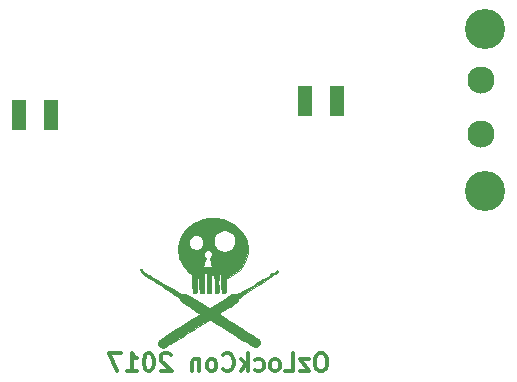
<source format=gbs>
G04 #@! TF.FileFunction,Soldermask,Bot*
%FSLAX46Y46*%
G04 Gerber Fmt 4.6, Leading zero omitted, Abs format (unit mm)*
G04 Created by KiCad (PCBNEW 4.0.4+e1-6308~48~ubuntu16.04.1-stable) date Tue May  2 22:28:17 2017*
%MOMM*%
%LPD*%
G01*
G04 APERTURE LIST*
%ADD10C,0.100000*%
%ADD11C,0.300000*%
%ADD12C,0.010000*%
%ADD13R,1.200000X2.600000*%
%ADD14C,2.300000*%
%ADD15C,3.400000*%
G04 APERTURE END LIST*
D10*
D11*
X148921428Y-111678571D02*
X148635714Y-111678571D01*
X148492856Y-111750000D01*
X148349999Y-111892857D01*
X148278571Y-112178571D01*
X148278571Y-112678571D01*
X148349999Y-112964286D01*
X148492856Y-113107143D01*
X148635714Y-113178571D01*
X148921428Y-113178571D01*
X149064285Y-113107143D01*
X149207142Y-112964286D01*
X149278571Y-112678571D01*
X149278571Y-112178571D01*
X149207142Y-111892857D01*
X149064285Y-111750000D01*
X148921428Y-111678571D01*
X147778570Y-112178571D02*
X146992856Y-112178571D01*
X147778570Y-113178571D01*
X146992856Y-113178571D01*
X145707141Y-113178571D02*
X146421427Y-113178571D01*
X146421427Y-111678571D01*
X144992855Y-113178571D02*
X145135713Y-113107143D01*
X145207141Y-113035714D01*
X145278570Y-112892857D01*
X145278570Y-112464286D01*
X145207141Y-112321429D01*
X145135713Y-112250000D01*
X144992855Y-112178571D01*
X144778570Y-112178571D01*
X144635713Y-112250000D01*
X144564284Y-112321429D01*
X144492855Y-112464286D01*
X144492855Y-112892857D01*
X144564284Y-113035714D01*
X144635713Y-113107143D01*
X144778570Y-113178571D01*
X144992855Y-113178571D01*
X143207141Y-113107143D02*
X143349998Y-113178571D01*
X143635712Y-113178571D01*
X143778570Y-113107143D01*
X143849998Y-113035714D01*
X143921427Y-112892857D01*
X143921427Y-112464286D01*
X143849998Y-112321429D01*
X143778570Y-112250000D01*
X143635712Y-112178571D01*
X143349998Y-112178571D01*
X143207141Y-112250000D01*
X142564284Y-113178571D02*
X142564284Y-111678571D01*
X142421427Y-112607143D02*
X141992856Y-113178571D01*
X141992856Y-112178571D02*
X142564284Y-112750000D01*
X140492855Y-113035714D02*
X140564284Y-113107143D01*
X140778570Y-113178571D01*
X140921427Y-113178571D01*
X141135712Y-113107143D01*
X141278570Y-112964286D01*
X141349998Y-112821429D01*
X141421427Y-112535714D01*
X141421427Y-112321429D01*
X141349998Y-112035714D01*
X141278570Y-111892857D01*
X141135712Y-111750000D01*
X140921427Y-111678571D01*
X140778570Y-111678571D01*
X140564284Y-111750000D01*
X140492855Y-111821429D01*
X139635712Y-113178571D02*
X139778570Y-113107143D01*
X139849998Y-113035714D01*
X139921427Y-112892857D01*
X139921427Y-112464286D01*
X139849998Y-112321429D01*
X139778570Y-112250000D01*
X139635712Y-112178571D01*
X139421427Y-112178571D01*
X139278570Y-112250000D01*
X139207141Y-112321429D01*
X139135712Y-112464286D01*
X139135712Y-112892857D01*
X139207141Y-113035714D01*
X139278570Y-113107143D01*
X139421427Y-113178571D01*
X139635712Y-113178571D01*
X138492855Y-112178571D02*
X138492855Y-113178571D01*
X138492855Y-112321429D02*
X138421427Y-112250000D01*
X138278569Y-112178571D01*
X138064284Y-112178571D01*
X137921427Y-112250000D01*
X137849998Y-112392857D01*
X137849998Y-113178571D01*
X136064284Y-111821429D02*
X135992855Y-111750000D01*
X135849998Y-111678571D01*
X135492855Y-111678571D01*
X135349998Y-111750000D01*
X135278569Y-111821429D01*
X135207141Y-111964286D01*
X135207141Y-112107143D01*
X135278569Y-112321429D01*
X136135712Y-113178571D01*
X135207141Y-113178571D01*
X134278570Y-111678571D02*
X134135713Y-111678571D01*
X133992856Y-111750000D01*
X133921427Y-111821429D01*
X133849998Y-111964286D01*
X133778570Y-112250000D01*
X133778570Y-112607143D01*
X133849998Y-112892857D01*
X133921427Y-113035714D01*
X133992856Y-113107143D01*
X134135713Y-113178571D01*
X134278570Y-113178571D01*
X134421427Y-113107143D01*
X134492856Y-113035714D01*
X134564284Y-112892857D01*
X134635713Y-112607143D01*
X134635713Y-112250000D01*
X134564284Y-111964286D01*
X134492856Y-111821429D01*
X134421427Y-111750000D01*
X134278570Y-111678571D01*
X132349999Y-113178571D02*
X133207142Y-113178571D01*
X132778570Y-113178571D02*
X132778570Y-111678571D01*
X132921427Y-111892857D01*
X133064285Y-112035714D01*
X133207142Y-112107143D01*
X131849999Y-111678571D02*
X130849999Y-111678571D01*
X131492856Y-113178571D01*
D12*
G36*
X133515791Y-104513411D02*
X133499631Y-104570395D01*
X133499111Y-104587846D01*
X133503722Y-104652912D01*
X133521189Y-104712156D01*
X133556960Y-104771020D01*
X133616484Y-104834947D01*
X133705211Y-104909382D01*
X133828589Y-104999767D01*
X133992068Y-105111545D01*
X134086105Y-105174212D01*
X134229795Y-105269623D01*
X134410863Y-105390074D01*
X134619776Y-105529211D01*
X134847002Y-105680682D01*
X135083010Y-105838133D01*
X135318268Y-105995210D01*
X135492041Y-106111328D01*
X135703236Y-106252277D01*
X135907789Y-106388358D01*
X136099045Y-106515175D01*
X136270346Y-106628331D01*
X136415036Y-106723431D01*
X136526460Y-106796077D01*
X136597960Y-106841873D01*
X136600107Y-106843216D01*
X136708387Y-106915161D01*
X136776256Y-106972815D01*
X136814214Y-107026255D01*
X136827178Y-107061128D01*
X136845398Y-107116334D01*
X136871077Y-107167867D01*
X136909069Y-107219607D01*
X136964228Y-107275434D01*
X137041405Y-107339228D01*
X137145455Y-107414869D01*
X137281231Y-107506236D01*
X137453584Y-107617209D01*
X137667370Y-107751669D01*
X137774419Y-107818404D01*
X137965500Y-107937849D01*
X138140295Y-108048119D01*
X138293261Y-108145639D01*
X138418854Y-108226834D01*
X138511532Y-108288128D01*
X138565753Y-108325946D01*
X138577867Y-108336663D01*
X138554289Y-108354020D01*
X138486481Y-108398707D01*
X138378208Y-108468347D01*
X138233237Y-108560566D01*
X138055335Y-108672989D01*
X137848267Y-108803243D01*
X137615800Y-108948951D01*
X137361700Y-109107741D01*
X137089733Y-109277236D01*
X136826851Y-109440667D01*
X136537851Y-109620675D01*
X136262930Y-109792976D01*
X136005929Y-109955100D01*
X135770689Y-110104574D01*
X135561052Y-110238926D01*
X135380857Y-110355682D01*
X135233947Y-110452372D01*
X135124162Y-110526523D01*
X135055345Y-110575663D01*
X135031932Y-110595913D01*
X134983961Y-110713120D01*
X134975937Y-110843227D01*
X135008490Y-110963138D01*
X135021306Y-110986092D01*
X135123469Y-111100809D01*
X135251282Y-111168495D01*
X135395204Y-111186248D01*
X135545694Y-111151169D01*
X135553496Y-111147857D01*
X135573330Y-111138566D01*
X135600214Y-111124529D01*
X135636893Y-111104053D01*
X135686115Y-111075444D01*
X135750623Y-111037008D01*
X135833165Y-110987051D01*
X135936485Y-110923879D01*
X136063330Y-110845799D01*
X136216445Y-110751117D01*
X136398575Y-110638138D01*
X136612467Y-110505170D01*
X136860866Y-110350518D01*
X137146517Y-110172488D01*
X137472167Y-109969387D01*
X137840561Y-109739520D01*
X138195189Y-109518182D01*
X138428251Y-109373538D01*
X138645995Y-109240009D01*
X138843717Y-109120372D01*
X139016709Y-109017406D01*
X139160264Y-108933885D01*
X139269674Y-108872587D01*
X139340234Y-108836290D01*
X139366412Y-108827222D01*
X139397058Y-108843734D01*
X139471777Y-108887868D01*
X139586793Y-108957300D01*
X139738331Y-109049710D01*
X139922616Y-109162774D01*
X140135872Y-109294170D01*
X140374325Y-109441577D01*
X140634200Y-109602672D01*
X140911720Y-109775133D01*
X141203112Y-109956637D01*
X141249617Y-109985642D01*
X141626596Y-110220358D01*
X141958004Y-110425708D01*
X142245761Y-110602838D01*
X142491783Y-110752891D01*
X142697988Y-110877015D01*
X142866294Y-110976353D01*
X142998619Y-111052051D01*
X143096879Y-111105255D01*
X143162993Y-111137108D01*
X143196950Y-111148524D01*
X143328608Y-111142934D01*
X143444273Y-111092052D01*
X143537308Y-111006251D01*
X143601075Y-110895904D01*
X143628936Y-110771381D01*
X143614254Y-110643056D01*
X143575446Y-110557066D01*
X143551426Y-110530744D01*
X143502090Y-110490144D01*
X143424957Y-110433642D01*
X143317546Y-110359613D01*
X143177372Y-110266431D01*
X143001955Y-110152473D01*
X142788812Y-110016112D01*
X142535461Y-109855724D01*
X142239420Y-109669685D01*
X141898205Y-109456369D01*
X141809491Y-109401042D01*
X141528196Y-109225502D01*
X141261568Y-109058757D01*
X141013378Y-108903189D01*
X140787398Y-108761179D01*
X140587401Y-108635108D01*
X140417156Y-108527356D01*
X140280437Y-108440306D01*
X140181014Y-108376337D01*
X140122659Y-108337832D01*
X140108100Y-108326927D01*
X140133440Y-108310652D01*
X140200838Y-108268294D01*
X140304394Y-108203534D01*
X140438207Y-108120055D01*
X140596378Y-108021541D01*
X140773008Y-107911674D01*
X140851000Y-107863202D01*
X141038141Y-107745581D01*
X141212815Y-107633249D01*
X141368320Y-107530714D01*
X141497954Y-107442485D01*
X141595013Y-107373071D01*
X141652795Y-107326979D01*
X141662188Y-107317556D01*
X141717532Y-107234809D01*
X141754267Y-107146411D01*
X141757585Y-107131965D01*
X141774239Y-107080193D01*
X141809349Y-107029198D01*
X141871787Y-106969418D01*
X141970422Y-106891291D01*
X142004729Y-106865574D01*
X142112722Y-106787862D01*
X142263268Y-106683500D01*
X142451169Y-106555935D01*
X142671227Y-106408613D01*
X142918244Y-106244980D01*
X143187022Y-106068484D01*
X143472363Y-105882571D01*
X143769069Y-105690687D01*
X144011889Y-105534708D01*
X144205733Y-105409238D01*
X144355921Y-105308722D01*
X144467428Y-105229467D01*
X144545234Y-105167779D01*
X144594314Y-105119965D01*
X144618666Y-105084454D01*
X144647305Y-105033262D01*
X144682056Y-105006811D01*
X144740956Y-104996993D01*
X144816222Y-104995667D01*
X144905809Y-104993854D01*
X144957846Y-104981251D01*
X144991227Y-104947115D01*
X145024844Y-104880703D01*
X145027158Y-104875723D01*
X145076441Y-104793389D01*
X145124263Y-104756870D01*
X145132992Y-104755778D01*
X145175204Y-104739540D01*
X145178807Y-104704356D01*
X145145761Y-104670520D01*
X145123944Y-104662222D01*
X145041269Y-104658794D01*
X144977772Y-104702405D01*
X144941453Y-104759198D01*
X144912947Y-104805195D01*
X144877011Y-104829516D01*
X144816326Y-104838983D01*
X144735117Y-104840445D01*
X144642395Y-104842019D01*
X144588491Y-104852805D01*
X144555780Y-104881900D01*
X144526635Y-104938401D01*
X144520952Y-104950974D01*
X144500718Y-104989051D01*
X144472060Y-105025923D01*
X144428647Y-105066181D01*
X144364148Y-105114419D01*
X144272231Y-105175229D01*
X144146566Y-105253206D01*
X143980822Y-105352941D01*
X143902833Y-105399392D01*
X143612289Y-105570588D01*
X143303831Y-105749543D01*
X142988671Y-105929918D01*
X142678026Y-106105374D01*
X142383111Y-106269571D01*
X142115140Y-106416171D01*
X141909333Y-106526213D01*
X141774428Y-106596474D01*
X141676957Y-106643740D01*
X141604762Y-106671976D01*
X141545684Y-106685142D01*
X141487566Y-106687203D01*
X141428194Y-106683033D01*
X141271611Y-106668844D01*
X140398083Y-107212815D01*
X140194200Y-107339710D01*
X140002205Y-107459074D01*
X139828164Y-107567145D01*
X139678145Y-107660161D01*
X139558214Y-107734361D01*
X139474438Y-107785983D01*
X139434163Y-107810508D01*
X139343770Y-107864229D01*
X138361718Y-107248601D01*
X137379666Y-106632974D01*
X137167147Y-106632765D01*
X136954627Y-106632556D01*
X136430756Y-106345808D01*
X136264039Y-106253488D01*
X136061378Y-106139556D01*
X135835375Y-106011200D01*
X135598632Y-105875606D01*
X135363748Y-105739962D01*
X135147498Y-105613901D01*
X134942021Y-105493544D01*
X134736404Y-105373279D01*
X134540045Y-105258589D01*
X134362340Y-105154958D01*
X134212687Y-105067871D01*
X134100484Y-105002810D01*
X134083809Y-104993181D01*
X133939099Y-104909204D01*
X133834978Y-104846243D01*
X133763032Y-104797303D01*
X133714846Y-104755389D01*
X133682004Y-104713509D01*
X133656091Y-104664666D01*
X133637369Y-104622122D01*
X133592099Y-104541119D01*
X133549093Y-104504267D01*
X133515791Y-104513411D01*
X133515791Y-104513411D01*
G37*
X133515791Y-104513411D02*
X133499631Y-104570395D01*
X133499111Y-104587846D01*
X133503722Y-104652912D01*
X133521189Y-104712156D01*
X133556960Y-104771020D01*
X133616484Y-104834947D01*
X133705211Y-104909382D01*
X133828589Y-104999767D01*
X133992068Y-105111545D01*
X134086105Y-105174212D01*
X134229795Y-105269623D01*
X134410863Y-105390074D01*
X134619776Y-105529211D01*
X134847002Y-105680682D01*
X135083010Y-105838133D01*
X135318268Y-105995210D01*
X135492041Y-106111328D01*
X135703236Y-106252277D01*
X135907789Y-106388358D01*
X136099045Y-106515175D01*
X136270346Y-106628331D01*
X136415036Y-106723431D01*
X136526460Y-106796077D01*
X136597960Y-106841873D01*
X136600107Y-106843216D01*
X136708387Y-106915161D01*
X136776256Y-106972815D01*
X136814214Y-107026255D01*
X136827178Y-107061128D01*
X136845398Y-107116334D01*
X136871077Y-107167867D01*
X136909069Y-107219607D01*
X136964228Y-107275434D01*
X137041405Y-107339228D01*
X137145455Y-107414869D01*
X137281231Y-107506236D01*
X137453584Y-107617209D01*
X137667370Y-107751669D01*
X137774419Y-107818404D01*
X137965500Y-107937849D01*
X138140295Y-108048119D01*
X138293261Y-108145639D01*
X138418854Y-108226834D01*
X138511532Y-108288128D01*
X138565753Y-108325946D01*
X138577867Y-108336663D01*
X138554289Y-108354020D01*
X138486481Y-108398707D01*
X138378208Y-108468347D01*
X138233237Y-108560566D01*
X138055335Y-108672989D01*
X137848267Y-108803243D01*
X137615800Y-108948951D01*
X137361700Y-109107741D01*
X137089733Y-109277236D01*
X136826851Y-109440667D01*
X136537851Y-109620675D01*
X136262930Y-109792976D01*
X136005929Y-109955100D01*
X135770689Y-110104574D01*
X135561052Y-110238926D01*
X135380857Y-110355682D01*
X135233947Y-110452372D01*
X135124162Y-110526523D01*
X135055345Y-110575663D01*
X135031932Y-110595913D01*
X134983961Y-110713120D01*
X134975937Y-110843227D01*
X135008490Y-110963138D01*
X135021306Y-110986092D01*
X135123469Y-111100809D01*
X135251282Y-111168495D01*
X135395204Y-111186248D01*
X135545694Y-111151169D01*
X135553496Y-111147857D01*
X135573330Y-111138566D01*
X135600214Y-111124529D01*
X135636893Y-111104053D01*
X135686115Y-111075444D01*
X135750623Y-111037008D01*
X135833165Y-110987051D01*
X135936485Y-110923879D01*
X136063330Y-110845799D01*
X136216445Y-110751117D01*
X136398575Y-110638138D01*
X136612467Y-110505170D01*
X136860866Y-110350518D01*
X137146517Y-110172488D01*
X137472167Y-109969387D01*
X137840561Y-109739520D01*
X138195189Y-109518182D01*
X138428251Y-109373538D01*
X138645995Y-109240009D01*
X138843717Y-109120372D01*
X139016709Y-109017406D01*
X139160264Y-108933885D01*
X139269674Y-108872587D01*
X139340234Y-108836290D01*
X139366412Y-108827222D01*
X139397058Y-108843734D01*
X139471777Y-108887868D01*
X139586793Y-108957300D01*
X139738331Y-109049710D01*
X139922616Y-109162774D01*
X140135872Y-109294170D01*
X140374325Y-109441577D01*
X140634200Y-109602672D01*
X140911720Y-109775133D01*
X141203112Y-109956637D01*
X141249617Y-109985642D01*
X141626596Y-110220358D01*
X141958004Y-110425708D01*
X142245761Y-110602838D01*
X142491783Y-110752891D01*
X142697988Y-110877015D01*
X142866294Y-110976353D01*
X142998619Y-111052051D01*
X143096879Y-111105255D01*
X143162993Y-111137108D01*
X143196950Y-111148524D01*
X143328608Y-111142934D01*
X143444273Y-111092052D01*
X143537308Y-111006251D01*
X143601075Y-110895904D01*
X143628936Y-110771381D01*
X143614254Y-110643056D01*
X143575446Y-110557066D01*
X143551426Y-110530744D01*
X143502090Y-110490144D01*
X143424957Y-110433642D01*
X143317546Y-110359613D01*
X143177372Y-110266431D01*
X143001955Y-110152473D01*
X142788812Y-110016112D01*
X142535461Y-109855724D01*
X142239420Y-109669685D01*
X141898205Y-109456369D01*
X141809491Y-109401042D01*
X141528196Y-109225502D01*
X141261568Y-109058757D01*
X141013378Y-108903189D01*
X140787398Y-108761179D01*
X140587401Y-108635108D01*
X140417156Y-108527356D01*
X140280437Y-108440306D01*
X140181014Y-108376337D01*
X140122659Y-108337832D01*
X140108100Y-108326927D01*
X140133440Y-108310652D01*
X140200838Y-108268294D01*
X140304394Y-108203534D01*
X140438207Y-108120055D01*
X140596378Y-108021541D01*
X140773008Y-107911674D01*
X140851000Y-107863202D01*
X141038141Y-107745581D01*
X141212815Y-107633249D01*
X141368320Y-107530714D01*
X141497954Y-107442485D01*
X141595013Y-107373071D01*
X141652795Y-107326979D01*
X141662188Y-107317556D01*
X141717532Y-107234809D01*
X141754267Y-107146411D01*
X141757585Y-107131965D01*
X141774239Y-107080193D01*
X141809349Y-107029198D01*
X141871787Y-106969418D01*
X141970422Y-106891291D01*
X142004729Y-106865574D01*
X142112722Y-106787862D01*
X142263268Y-106683500D01*
X142451169Y-106555935D01*
X142671227Y-106408613D01*
X142918244Y-106244980D01*
X143187022Y-106068484D01*
X143472363Y-105882571D01*
X143769069Y-105690687D01*
X144011889Y-105534708D01*
X144205733Y-105409238D01*
X144355921Y-105308722D01*
X144467428Y-105229467D01*
X144545234Y-105167779D01*
X144594314Y-105119965D01*
X144618666Y-105084454D01*
X144647305Y-105033262D01*
X144682056Y-105006811D01*
X144740956Y-104996993D01*
X144816222Y-104995667D01*
X144905809Y-104993854D01*
X144957846Y-104981251D01*
X144991227Y-104947115D01*
X145024844Y-104880703D01*
X145027158Y-104875723D01*
X145076441Y-104793389D01*
X145124263Y-104756870D01*
X145132992Y-104755778D01*
X145175204Y-104739540D01*
X145178807Y-104704356D01*
X145145761Y-104670520D01*
X145123944Y-104662222D01*
X145041269Y-104658794D01*
X144977772Y-104702405D01*
X144941453Y-104759198D01*
X144912947Y-104805195D01*
X144877011Y-104829516D01*
X144816326Y-104838983D01*
X144735117Y-104840445D01*
X144642395Y-104842019D01*
X144588491Y-104852805D01*
X144555780Y-104881900D01*
X144526635Y-104938401D01*
X144520952Y-104950974D01*
X144500718Y-104989051D01*
X144472060Y-105025923D01*
X144428647Y-105066181D01*
X144364148Y-105114419D01*
X144272231Y-105175229D01*
X144146566Y-105253206D01*
X143980822Y-105352941D01*
X143902833Y-105399392D01*
X143612289Y-105570588D01*
X143303831Y-105749543D01*
X142988671Y-105929918D01*
X142678026Y-106105374D01*
X142383111Y-106269571D01*
X142115140Y-106416171D01*
X141909333Y-106526213D01*
X141774428Y-106596474D01*
X141676957Y-106643740D01*
X141604762Y-106671976D01*
X141545684Y-106685142D01*
X141487566Y-106687203D01*
X141428194Y-106683033D01*
X141271611Y-106668844D01*
X140398083Y-107212815D01*
X140194200Y-107339710D01*
X140002205Y-107459074D01*
X139828164Y-107567145D01*
X139678145Y-107660161D01*
X139558214Y-107734361D01*
X139474438Y-107785983D01*
X139434163Y-107810508D01*
X139343770Y-107864229D01*
X138361718Y-107248601D01*
X137379666Y-106632974D01*
X137167147Y-106632765D01*
X136954627Y-106632556D01*
X136430756Y-106345808D01*
X136264039Y-106253488D01*
X136061378Y-106139556D01*
X135835375Y-106011200D01*
X135598632Y-105875606D01*
X135363748Y-105739962D01*
X135147498Y-105613901D01*
X134942021Y-105493544D01*
X134736404Y-105373279D01*
X134540045Y-105258589D01*
X134362340Y-105154958D01*
X134212687Y-105067871D01*
X134100484Y-105002810D01*
X134083809Y-104993181D01*
X133939099Y-104909204D01*
X133834978Y-104846243D01*
X133763032Y-104797303D01*
X133714846Y-104755389D01*
X133682004Y-104713509D01*
X133656091Y-104664666D01*
X133637369Y-104622122D01*
X133592099Y-104541119D01*
X133549093Y-104504267D01*
X133515791Y-104513411D01*
G36*
X139445278Y-100227795D02*
X139297511Y-100230179D01*
X139182101Y-100235555D01*
X139087008Y-100245069D01*
X139000189Y-100259868D01*
X138909605Y-100281101D01*
X138820630Y-100305069D01*
X138415435Y-100444374D01*
X138043942Y-100627930D01*
X137707576Y-100854929D01*
X137447012Y-101084744D01*
X137193437Y-101374049D01*
X136989860Y-101686433D01*
X136837555Y-102018915D01*
X136737792Y-102368515D01*
X136691846Y-102732251D01*
X136688712Y-102861452D01*
X136699407Y-103124043D01*
X136733792Y-103359433D01*
X136796717Y-103593629D01*
X136856350Y-103760465D01*
X136979265Y-104022728D01*
X137141704Y-104283975D01*
X137332630Y-104529735D01*
X137541008Y-104745533D01*
X137718333Y-104890825D01*
X137794827Y-104945910D01*
X137851498Y-104986992D01*
X137873555Y-105003276D01*
X137877766Y-105033294D01*
X137882520Y-105112363D01*
X137887548Y-105233092D01*
X137892582Y-105388095D01*
X137897354Y-105569983D01*
X137901597Y-105771367D01*
X137901777Y-105781135D01*
X137915889Y-106547889D01*
X138076447Y-106556302D01*
X138170184Y-106556228D01*
X138233587Y-106538669D01*
X138272202Y-106495029D01*
X138291574Y-106416714D01*
X138297249Y-106295127D01*
X138296675Y-106214933D01*
X138295372Y-106090920D01*
X138294634Y-105932380D01*
X138294523Y-105761228D01*
X138294962Y-105623611D01*
X138296889Y-105263778D01*
X138494444Y-105263778D01*
X138494444Y-105879022D01*
X138495533Y-106104499D01*
X138498942Y-106277655D01*
X138504884Y-106402574D01*
X138513572Y-106483341D01*
X138525219Y-106524039D01*
X138528311Y-106528134D01*
X138575524Y-106548646D01*
X138654849Y-106560680D01*
X138692000Y-106562000D01*
X138777598Y-106555035D01*
X138841281Y-106537481D01*
X138855689Y-106528134D01*
X138866499Y-106499784D01*
X138875021Y-106436048D01*
X138881420Y-106332864D01*
X138885862Y-106186173D01*
X138888510Y-105991912D01*
X138889532Y-105746023D01*
X138889555Y-105695578D01*
X138889555Y-104896889D01*
X139115333Y-104896889D01*
X139115333Y-105695578D01*
X139116077Y-105951267D01*
X139118418Y-106154589D01*
X139122522Y-106309607D01*
X139128554Y-106420381D01*
X139136679Y-106490970D01*
X139147062Y-106525436D01*
X139149200Y-106528134D01*
X139196413Y-106548646D01*
X139275738Y-106560680D01*
X139312889Y-106562000D01*
X139398487Y-106555035D01*
X139462170Y-106537481D01*
X139476578Y-106528134D01*
X139488004Y-106498329D01*
X139496867Y-106431715D01*
X139503353Y-106324179D01*
X139507646Y-106171611D01*
X139509933Y-105969899D01*
X139510444Y-105778622D01*
X139510444Y-105062977D01*
X139630389Y-105071655D01*
X139750333Y-105080334D01*
X139758760Y-105291646D01*
X139768210Y-105418018D01*
X139785200Y-105494499D01*
X139808149Y-105525882D01*
X139835832Y-105569036D01*
X139849239Y-105644886D01*
X139848527Y-105731561D01*
X139833852Y-105807186D01*
X139805835Y-105849636D01*
X139787183Y-105869157D01*
X139775337Y-105908997D01*
X139769374Y-105978611D01*
X139768370Y-106087456D01*
X139770557Y-106210872D01*
X139778555Y-106547889D01*
X139929013Y-106556499D01*
X140021387Y-106559047D01*
X140085265Y-106548685D01*
X140125748Y-106517002D01*
X140147935Y-106455589D01*
X140156925Y-106356035D01*
X140157818Y-106209928D01*
X140157528Y-106179603D01*
X140155242Y-106040711D01*
X140150684Y-105948245D01*
X140142133Y-105892187D01*
X140127867Y-105862522D01*
X140106164Y-105849232D01*
X140100439Y-105847569D01*
X140067865Y-105828813D01*
X140051587Y-105784971D01*
X140046717Y-105701454D01*
X140046666Y-105687111D01*
X140050166Y-105598199D01*
X140064217Y-105550410D01*
X140094144Y-105528668D01*
X140103641Y-105525817D01*
X140149923Y-105490220D01*
X140155696Y-105450848D01*
X140153866Y-105394186D01*
X140153578Y-105300104D01*
X140154869Y-105187604D01*
X140155166Y-105172056D01*
X140159555Y-104953334D01*
X140357111Y-104953334D01*
X140357111Y-105723800D01*
X140357893Y-105975008D01*
X140360355Y-106173873D01*
X140364668Y-106324478D01*
X140371004Y-106430905D01*
X140379535Y-106497237D01*
X140390434Y-106527555D01*
X140390977Y-106528134D01*
X140444269Y-106551605D01*
X140527683Y-106561258D01*
X140618093Y-106557514D01*
X140692372Y-106540798D01*
X140721997Y-106522080D01*
X140738337Y-106470919D01*
X140748498Y-106365205D01*
X140752357Y-106206506D01*
X140752157Y-106134025D01*
X140751106Y-105971553D01*
X140750576Y-105803364D01*
X140750610Y-105651854D01*
X140751052Y-105560111D01*
X140752917Y-105334334D01*
X140943828Y-105257083D01*
X141185390Y-105138475D01*
X141434491Y-104978651D01*
X141677178Y-104788587D01*
X141899497Y-104579258D01*
X142087497Y-104361641D01*
X142088234Y-104360667D01*
X139560866Y-104360667D01*
X139179858Y-104360667D01*
X139020029Y-104359453D01*
X138910096Y-104355396D01*
X138843553Y-104347872D01*
X138813897Y-104336259D01*
X138811591Y-104325389D01*
X138823519Y-104285786D01*
X138846783Y-104203428D01*
X138878106Y-104090077D01*
X138914208Y-103957498D01*
X138916810Y-103947874D01*
X139009288Y-103605638D01*
X138949415Y-103524541D01*
X138879469Y-103393786D01*
X138857343Y-103264841D01*
X138879891Y-103147051D01*
X138943968Y-103049756D01*
X139046430Y-102982300D01*
X139140249Y-102957709D01*
X139277473Y-102962642D01*
X139389415Y-103010772D01*
X139470770Y-103092509D01*
X139516236Y-103198260D01*
X139520507Y-103318431D01*
X139478280Y-103443432D01*
X139440783Y-103501226D01*
X139361714Y-103604890D01*
X139461290Y-103982779D01*
X139560866Y-104360667D01*
X142088234Y-104360667D01*
X142095460Y-104351120D01*
X142222632Y-104157746D01*
X142342769Y-103930991D01*
X142445210Y-103693518D01*
X142519296Y-103467988D01*
X142529054Y-103429334D01*
X142570772Y-103180865D01*
X142587271Y-102906442D01*
X142578532Y-102629298D01*
X142544535Y-102372667D01*
X142529994Y-102305584D01*
X142483014Y-102159334D01*
X141499897Y-102159334D01*
X141497642Y-102296497D01*
X141488983Y-102394012D01*
X141471185Y-102468556D01*
X141441510Y-102536805D01*
X141436360Y-102546604D01*
X141305300Y-102739932D01*
X141142302Y-102892941D01*
X141066635Y-102942881D01*
X140960341Y-102993460D01*
X140834557Y-103036319D01*
X140709341Y-103066129D01*
X140604751Y-103077563D01*
X140568777Y-103075133D01*
X140504195Y-103064524D01*
X140417056Y-103050419D01*
X140399444Y-103047590D01*
X140221870Y-102992509D01*
X140052962Y-102891016D01*
X139904334Y-102753065D01*
X139787601Y-102588613D01*
X139737163Y-102479926D01*
X139685248Y-102266714D01*
X139685257Y-102232103D01*
X138831334Y-102232103D01*
X138826552Y-102404143D01*
X138792007Y-102541042D01*
X138726943Y-102654816D01*
X138626837Y-102767518D01*
X138510158Y-102861325D01*
X138403708Y-102915736D01*
X138258316Y-102939789D01*
X138096720Y-102926334D01*
X137941913Y-102878478D01*
X137877430Y-102844610D01*
X137765543Y-102753896D01*
X137670069Y-102638029D01*
X137662635Y-102626338D01*
X137615269Y-102541402D01*
X137589344Y-102465174D01*
X137578763Y-102373537D01*
X137577222Y-102288417D01*
X137581284Y-102168457D01*
X137597294Y-102080266D01*
X137630989Y-101999510D01*
X137655819Y-101955070D01*
X137771462Y-101807444D01*
X137912562Y-101704932D01*
X138070358Y-101647758D01*
X138236086Y-101636145D01*
X138400984Y-101670320D01*
X138556291Y-101750506D01*
X138693245Y-101876927D01*
X138731984Y-101927498D01*
X138799174Y-102066712D01*
X138831334Y-102232103D01*
X139685257Y-102232103D01*
X139685306Y-102055913D01*
X139733072Y-101854740D01*
X139824278Y-101670414D01*
X139954658Y-101510151D01*
X140119947Y-101381171D01*
X140315879Y-101290690D01*
X140460933Y-101255401D01*
X140678966Y-101247262D01*
X140889396Y-101291367D01*
X141084045Y-101383521D01*
X141254739Y-101519528D01*
X141393301Y-101695190D01*
X141424802Y-101750111D01*
X141461163Y-101825263D01*
X141483571Y-101895465D01*
X141495281Y-101978438D01*
X141499542Y-102091905D01*
X141499897Y-102159334D01*
X142483014Y-102159334D01*
X142417812Y-101956361D01*
X142255615Y-101628383D01*
X142046941Y-101325063D01*
X141795328Y-101049816D01*
X141504315Y-100806054D01*
X141177439Y-100597190D01*
X140818239Y-100426638D01*
X140455889Y-100304744D01*
X140351846Y-100277226D01*
X140261804Y-100257099D01*
X140173670Y-100243219D01*
X140075351Y-100234441D01*
X139954757Y-100229619D01*
X139799793Y-100227609D01*
X139637444Y-100227256D01*
X139445278Y-100227795D01*
X139445278Y-100227795D01*
G37*
X139445278Y-100227795D02*
X139297511Y-100230179D01*
X139182101Y-100235555D01*
X139087008Y-100245069D01*
X139000189Y-100259868D01*
X138909605Y-100281101D01*
X138820630Y-100305069D01*
X138415435Y-100444374D01*
X138043942Y-100627930D01*
X137707576Y-100854929D01*
X137447012Y-101084744D01*
X137193437Y-101374049D01*
X136989860Y-101686433D01*
X136837555Y-102018915D01*
X136737792Y-102368515D01*
X136691846Y-102732251D01*
X136688712Y-102861452D01*
X136699407Y-103124043D01*
X136733792Y-103359433D01*
X136796717Y-103593629D01*
X136856350Y-103760465D01*
X136979265Y-104022728D01*
X137141704Y-104283975D01*
X137332630Y-104529735D01*
X137541008Y-104745533D01*
X137718333Y-104890825D01*
X137794827Y-104945910D01*
X137851498Y-104986992D01*
X137873555Y-105003276D01*
X137877766Y-105033294D01*
X137882520Y-105112363D01*
X137887548Y-105233092D01*
X137892582Y-105388095D01*
X137897354Y-105569983D01*
X137901597Y-105771367D01*
X137901777Y-105781135D01*
X137915889Y-106547889D01*
X138076447Y-106556302D01*
X138170184Y-106556228D01*
X138233587Y-106538669D01*
X138272202Y-106495029D01*
X138291574Y-106416714D01*
X138297249Y-106295127D01*
X138296675Y-106214933D01*
X138295372Y-106090920D01*
X138294634Y-105932380D01*
X138294523Y-105761228D01*
X138294962Y-105623611D01*
X138296889Y-105263778D01*
X138494444Y-105263778D01*
X138494444Y-105879022D01*
X138495533Y-106104499D01*
X138498942Y-106277655D01*
X138504884Y-106402574D01*
X138513572Y-106483341D01*
X138525219Y-106524039D01*
X138528311Y-106528134D01*
X138575524Y-106548646D01*
X138654849Y-106560680D01*
X138692000Y-106562000D01*
X138777598Y-106555035D01*
X138841281Y-106537481D01*
X138855689Y-106528134D01*
X138866499Y-106499784D01*
X138875021Y-106436048D01*
X138881420Y-106332864D01*
X138885862Y-106186173D01*
X138888510Y-105991912D01*
X138889532Y-105746023D01*
X138889555Y-105695578D01*
X138889555Y-104896889D01*
X139115333Y-104896889D01*
X139115333Y-105695578D01*
X139116077Y-105951267D01*
X139118418Y-106154589D01*
X139122522Y-106309607D01*
X139128554Y-106420381D01*
X139136679Y-106490970D01*
X139147062Y-106525436D01*
X139149200Y-106528134D01*
X139196413Y-106548646D01*
X139275738Y-106560680D01*
X139312889Y-106562000D01*
X139398487Y-106555035D01*
X139462170Y-106537481D01*
X139476578Y-106528134D01*
X139488004Y-106498329D01*
X139496867Y-106431715D01*
X139503353Y-106324179D01*
X139507646Y-106171611D01*
X139509933Y-105969899D01*
X139510444Y-105778622D01*
X139510444Y-105062977D01*
X139630389Y-105071655D01*
X139750333Y-105080334D01*
X139758760Y-105291646D01*
X139768210Y-105418018D01*
X139785200Y-105494499D01*
X139808149Y-105525882D01*
X139835832Y-105569036D01*
X139849239Y-105644886D01*
X139848527Y-105731561D01*
X139833852Y-105807186D01*
X139805835Y-105849636D01*
X139787183Y-105869157D01*
X139775337Y-105908997D01*
X139769374Y-105978611D01*
X139768370Y-106087456D01*
X139770557Y-106210872D01*
X139778555Y-106547889D01*
X139929013Y-106556499D01*
X140021387Y-106559047D01*
X140085265Y-106548685D01*
X140125748Y-106517002D01*
X140147935Y-106455589D01*
X140156925Y-106356035D01*
X140157818Y-106209928D01*
X140157528Y-106179603D01*
X140155242Y-106040711D01*
X140150684Y-105948245D01*
X140142133Y-105892187D01*
X140127867Y-105862522D01*
X140106164Y-105849232D01*
X140100439Y-105847569D01*
X140067865Y-105828813D01*
X140051587Y-105784971D01*
X140046717Y-105701454D01*
X140046666Y-105687111D01*
X140050166Y-105598199D01*
X140064217Y-105550410D01*
X140094144Y-105528668D01*
X140103641Y-105525817D01*
X140149923Y-105490220D01*
X140155696Y-105450848D01*
X140153866Y-105394186D01*
X140153578Y-105300104D01*
X140154869Y-105187604D01*
X140155166Y-105172056D01*
X140159555Y-104953334D01*
X140357111Y-104953334D01*
X140357111Y-105723800D01*
X140357893Y-105975008D01*
X140360355Y-106173873D01*
X140364668Y-106324478D01*
X140371004Y-106430905D01*
X140379535Y-106497237D01*
X140390434Y-106527555D01*
X140390977Y-106528134D01*
X140444269Y-106551605D01*
X140527683Y-106561258D01*
X140618093Y-106557514D01*
X140692372Y-106540798D01*
X140721997Y-106522080D01*
X140738337Y-106470919D01*
X140748498Y-106365205D01*
X140752357Y-106206506D01*
X140752157Y-106134025D01*
X140751106Y-105971553D01*
X140750576Y-105803364D01*
X140750610Y-105651854D01*
X140751052Y-105560111D01*
X140752917Y-105334334D01*
X140943828Y-105257083D01*
X141185390Y-105138475D01*
X141434491Y-104978651D01*
X141677178Y-104788587D01*
X141899497Y-104579258D01*
X142087497Y-104361641D01*
X142088234Y-104360667D01*
X139560866Y-104360667D01*
X139179858Y-104360667D01*
X139020029Y-104359453D01*
X138910096Y-104355396D01*
X138843553Y-104347872D01*
X138813897Y-104336259D01*
X138811591Y-104325389D01*
X138823519Y-104285786D01*
X138846783Y-104203428D01*
X138878106Y-104090077D01*
X138914208Y-103957498D01*
X138916810Y-103947874D01*
X139009288Y-103605638D01*
X138949415Y-103524541D01*
X138879469Y-103393786D01*
X138857343Y-103264841D01*
X138879891Y-103147051D01*
X138943968Y-103049756D01*
X139046430Y-102982300D01*
X139140249Y-102957709D01*
X139277473Y-102962642D01*
X139389415Y-103010772D01*
X139470770Y-103092509D01*
X139516236Y-103198260D01*
X139520507Y-103318431D01*
X139478280Y-103443432D01*
X139440783Y-103501226D01*
X139361714Y-103604890D01*
X139461290Y-103982779D01*
X139560866Y-104360667D01*
X142088234Y-104360667D01*
X142095460Y-104351120D01*
X142222632Y-104157746D01*
X142342769Y-103930991D01*
X142445210Y-103693518D01*
X142519296Y-103467988D01*
X142529054Y-103429334D01*
X142570772Y-103180865D01*
X142587271Y-102906442D01*
X142578532Y-102629298D01*
X142544535Y-102372667D01*
X142529994Y-102305584D01*
X142483014Y-102159334D01*
X141499897Y-102159334D01*
X141497642Y-102296497D01*
X141488983Y-102394012D01*
X141471185Y-102468556D01*
X141441510Y-102536805D01*
X141436360Y-102546604D01*
X141305300Y-102739932D01*
X141142302Y-102892941D01*
X141066635Y-102942881D01*
X140960341Y-102993460D01*
X140834557Y-103036319D01*
X140709341Y-103066129D01*
X140604751Y-103077563D01*
X140568777Y-103075133D01*
X140504195Y-103064524D01*
X140417056Y-103050419D01*
X140399444Y-103047590D01*
X140221870Y-102992509D01*
X140052962Y-102891016D01*
X139904334Y-102753065D01*
X139787601Y-102588613D01*
X139737163Y-102479926D01*
X139685248Y-102266714D01*
X139685257Y-102232103D01*
X138831334Y-102232103D01*
X138826552Y-102404143D01*
X138792007Y-102541042D01*
X138726943Y-102654816D01*
X138626837Y-102767518D01*
X138510158Y-102861325D01*
X138403708Y-102915736D01*
X138258316Y-102939789D01*
X138096720Y-102926334D01*
X137941913Y-102878478D01*
X137877430Y-102844610D01*
X137765543Y-102753896D01*
X137670069Y-102638029D01*
X137662635Y-102626338D01*
X137615269Y-102541402D01*
X137589344Y-102465174D01*
X137578763Y-102373537D01*
X137577222Y-102288417D01*
X137581284Y-102168457D01*
X137597294Y-102080266D01*
X137630989Y-101999510D01*
X137655819Y-101955070D01*
X137771462Y-101807444D01*
X137912562Y-101704932D01*
X138070358Y-101647758D01*
X138236086Y-101636145D01*
X138400984Y-101670320D01*
X138556291Y-101750506D01*
X138693245Y-101876927D01*
X138731984Y-101927498D01*
X138799174Y-102066712D01*
X138831334Y-102232103D01*
X139685257Y-102232103D01*
X139685306Y-102055913D01*
X139733072Y-101854740D01*
X139824278Y-101670414D01*
X139954658Y-101510151D01*
X140119947Y-101381171D01*
X140315879Y-101290690D01*
X140460933Y-101255401D01*
X140678966Y-101247262D01*
X140889396Y-101291367D01*
X141084045Y-101383521D01*
X141254739Y-101519528D01*
X141393301Y-101695190D01*
X141424802Y-101750111D01*
X141461163Y-101825263D01*
X141483571Y-101895465D01*
X141495281Y-101978438D01*
X141499542Y-102091905D01*
X141499897Y-102159334D01*
X142483014Y-102159334D01*
X142417812Y-101956361D01*
X142255615Y-101628383D01*
X142046941Y-101325063D01*
X141795328Y-101049816D01*
X141504315Y-100806054D01*
X141177439Y-100597190D01*
X140818239Y-100426638D01*
X140455889Y-100304744D01*
X140351846Y-100277226D01*
X140261804Y-100257099D01*
X140173670Y-100243219D01*
X140075351Y-100234441D01*
X139954757Y-100229619D01*
X139799793Y-100227609D01*
X139637444Y-100227256D01*
X139445278Y-100227795D01*
D13*
X150150000Y-90300000D03*
X147450000Y-90300000D03*
X125950000Y-91500000D03*
X123250000Y-91500000D03*
D14*
X162335000Y-88565000D03*
D15*
X162655000Y-84205000D03*
X162655000Y-97925000D03*
D14*
X162335000Y-93065000D03*
M02*

</source>
